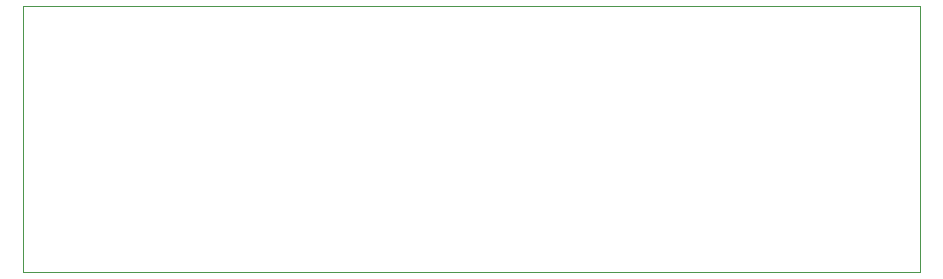
<source format=gbr>
%TF.GenerationSoftware,KiCad,Pcbnew,7.0.11-7.0.11~ubuntu22.04.1*%
%TF.CreationDate,2025-05-05T15:28:32+03:00*%
%TF.ProjectId,USB_Magic_Hub,5553425f-4d61-4676-9963-5f4875622e6b,rev?*%
%TF.SameCoordinates,PXc65d40PYc65d40*%
%TF.FileFunction,Profile,NP*%
%FSLAX46Y46*%
G04 Gerber Fmt 4.6, Leading zero omitted, Abs format (unit mm)*
G04 Created by KiCad (PCBNEW 7.0.11-7.0.11~ubuntu22.04.1) date 2025-05-05 15:28:32*
%MOMM*%
%LPD*%
G01*
G04 APERTURE LIST*
%TA.AperFunction,Profile*%
%ADD10C,0.050000*%
%TD*%
G04 APERTURE END LIST*
D10*
X0Y0D02*
X76000000Y0D01*
X76000000Y-22500000D01*
X0Y-22500000D01*
X0Y0D01*
M02*

</source>
